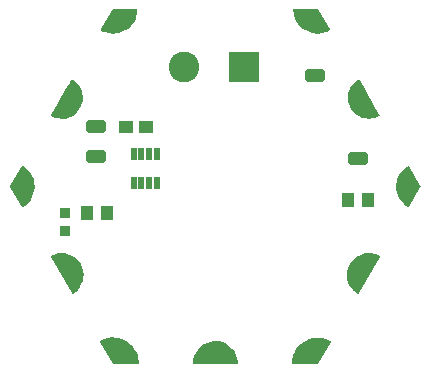
<source format=gbr>
G04 EAGLE Gerber RS-274X export*
G75*
%MOMM*%
%FSLAX34Y34*%
%LPD*%
%INSoldermask Top*%
%IPPOS*%
%AMOC8*
5,1,8,0,0,1.08239X$1,22.5*%
G01*
%ADD10R,0.901600X0.901600*%
%ADD11R,1.101600X1.201600*%
%ADD12R,0.551600X1.101600*%
%ADD13R,2.601600X2.601600*%
%ADD14C,2.601600*%
%ADD15R,1.201600X1.101600*%
%ADD16C,0.605878*%
%ADD17C,1.101597*%

G36*
X190439Y-500D02*
X190439Y-500D01*
X190519Y-494D01*
X190548Y-480D01*
X190580Y-475D01*
X190650Y-434D01*
X190723Y-400D01*
X190746Y-377D01*
X190774Y-361D01*
X190824Y-298D01*
X190881Y-242D01*
X190895Y-212D01*
X190915Y-187D01*
X190941Y-111D01*
X190974Y-37D01*
X190978Y-1D01*
X190987Y26D01*
X190986Y74D01*
X190994Y149D01*
X190924Y1679D01*
X190916Y1713D01*
X190915Y1759D01*
X190445Y4449D01*
X190432Y4483D01*
X190425Y4532D01*
X189505Y7432D01*
X189486Y7467D01*
X189468Y7522D01*
X188388Y9702D01*
X188362Y9737D01*
X188332Y9794D01*
X186512Y12284D01*
X186481Y12314D01*
X186444Y12363D01*
X184454Y14313D01*
X184425Y14333D01*
X184392Y14366D01*
X182512Y15786D01*
X182487Y15799D01*
X182459Y15822D01*
X180679Y16902D01*
X180645Y16915D01*
X180602Y16942D01*
X178502Y17852D01*
X178468Y17860D01*
X178425Y17880D01*
X175745Y18650D01*
X175704Y18654D01*
X175646Y18670D01*
X173166Y18970D01*
X173133Y18968D01*
X173090Y18974D01*
X170330Y18974D01*
X170284Y18966D01*
X170211Y18963D01*
X167541Y18453D01*
X167514Y18443D01*
X167476Y18437D01*
X164996Y17687D01*
X164956Y17667D01*
X164892Y17645D01*
X162082Y16215D01*
X162047Y16189D01*
X161990Y16158D01*
X159130Y14018D01*
X159097Y13982D01*
X159036Y13932D01*
X156926Y11562D01*
X156907Y11530D01*
X156873Y11492D01*
X155463Y9382D01*
X155447Y9347D01*
X155417Y9301D01*
X154087Y6491D01*
X154074Y6443D01*
X154042Y6364D01*
X153282Y3104D01*
X153281Y3080D01*
X153272Y3050D01*
X153138Y2117D01*
X153138Y2116D01*
X152902Y470D01*
X152903Y454D01*
X152898Y435D01*
X152878Y205D01*
X152887Y113D01*
X152889Y20D01*
X152897Y1D01*
X152899Y-19D01*
X152939Y-102D01*
X152973Y-188D01*
X152987Y-203D01*
X152995Y-221D01*
X153062Y-285D01*
X153125Y-354D01*
X153142Y-363D01*
X153157Y-377D01*
X153242Y-414D01*
X153324Y-456D01*
X153346Y-460D01*
X153362Y-467D01*
X153413Y-470D01*
X153509Y-484D01*
X190359Y-514D01*
X190439Y-500D01*
G37*
G36*
X51152Y58988D02*
X51152Y58988D01*
X51211Y58989D01*
X51271Y59012D01*
X51314Y59021D01*
X51343Y59039D01*
X51386Y59055D01*
X51966Y59375D01*
X51998Y59400D01*
X52049Y59429D01*
X53919Y60879D01*
X53945Y60908D01*
X53987Y60940D01*
X55537Y62550D01*
X55549Y62568D01*
X55569Y62586D01*
X57079Y64416D01*
X57101Y64454D01*
X57140Y64504D01*
X58580Y67014D01*
X58593Y67050D01*
X58620Y67096D01*
X59660Y69716D01*
X59668Y69757D01*
X59689Y69814D01*
X60299Y72584D01*
X60301Y72632D01*
X60314Y72708D01*
X60374Y75818D01*
X60369Y75848D01*
X60371Y75889D01*
X60121Y78549D01*
X60109Y78595D01*
X60098Y78670D01*
X59288Y81410D01*
X59269Y81447D01*
X59252Y81505D01*
X57902Y84315D01*
X57882Y84343D01*
X57862Y84385D01*
X56522Y86455D01*
X56493Y86487D01*
X56456Y86540D01*
X54686Y88460D01*
X54652Y88486D01*
X54608Y88531D01*
X52568Y90111D01*
X52542Y90125D01*
X52512Y90150D01*
X50982Y91090D01*
X50954Y91101D01*
X50920Y91124D01*
X48670Y92184D01*
X48633Y92194D01*
X48586Y92216D01*
X46696Y92796D01*
X46674Y92799D01*
X46649Y92809D01*
X44639Y93259D01*
X44611Y93260D01*
X44577Y93270D01*
X42857Y93480D01*
X42815Y93477D01*
X42756Y93484D01*
X40686Y93404D01*
X40659Y93398D01*
X40624Y93398D01*
X38934Y93168D01*
X38912Y93161D01*
X38881Y93159D01*
X36831Y92699D01*
X36795Y92684D01*
X36741Y92671D01*
X34831Y91931D01*
X34811Y91919D01*
X34806Y91917D01*
X34803Y91917D01*
X34802Y91916D01*
X34782Y91910D01*
X33085Y91080D01*
X33056Y91076D01*
X32992Y91053D01*
X32926Y91039D01*
X32887Y91015D01*
X32844Y91000D01*
X32793Y90957D01*
X32735Y90921D01*
X32707Y90885D01*
X32673Y90856D01*
X32639Y90797D01*
X32598Y90744D01*
X32584Y90700D01*
X32562Y90661D01*
X32551Y90594D01*
X32531Y90530D01*
X32533Y90484D01*
X32526Y90439D01*
X32539Y90373D01*
X32542Y90306D01*
X32562Y90257D01*
X32569Y90219D01*
X32590Y90185D01*
X32612Y90131D01*
X50532Y59291D01*
X50570Y59246D01*
X50600Y59196D01*
X50642Y59162D01*
X50677Y59120D01*
X50728Y59092D01*
X50774Y59055D01*
X50825Y59037D01*
X50873Y59011D01*
X50931Y59002D01*
X50986Y58983D01*
X51041Y58984D01*
X51094Y58976D01*
X51152Y58988D01*
G37*
G36*
X292997Y59041D02*
X292997Y59041D01*
X293021Y59040D01*
X293106Y59065D01*
X293193Y59084D01*
X293213Y59097D01*
X293236Y59104D01*
X293307Y59157D01*
X293382Y59205D01*
X293398Y59226D01*
X293415Y59239D01*
X293442Y59281D01*
X293499Y59352D01*
X311379Y90162D01*
X311409Y90246D01*
X311446Y90329D01*
X311447Y90351D01*
X311455Y90373D01*
X311454Y90463D01*
X311460Y90553D01*
X311454Y90574D01*
X311453Y90597D01*
X311421Y90681D01*
X311395Y90767D01*
X311382Y90786D01*
X311374Y90807D01*
X311314Y90874D01*
X311260Y90946D01*
X311239Y90960D01*
X311226Y90976D01*
X311182Y91000D01*
X311105Y91052D01*
X309795Y91682D01*
X309778Y91686D01*
X309760Y91697D01*
X308170Y92347D01*
X308145Y92352D01*
X308115Y92367D01*
X306545Y92847D01*
X306518Y92850D01*
X306485Y92862D01*
X304745Y93212D01*
X304720Y93212D01*
X304690Y93220D01*
X302790Y93430D01*
X302759Y93428D01*
X302720Y93434D01*
X301060Y93434D01*
X301029Y93429D01*
X300987Y93430D01*
X298927Y93190D01*
X298899Y93182D01*
X298861Y93179D01*
X296991Y92759D01*
X296959Y92745D01*
X296913Y92736D01*
X294963Y92026D01*
X294942Y92014D01*
X294912Y92005D01*
X292962Y91095D01*
X292929Y91072D01*
X292878Y91048D01*
X290958Y89768D01*
X290933Y89743D01*
X290892Y89717D01*
X289132Y88177D01*
X289119Y88160D01*
X289097Y88144D01*
X287627Y86644D01*
X287600Y86605D01*
X287551Y86550D01*
X286131Y84400D01*
X286116Y84364D01*
X286086Y84321D01*
X285086Y82201D01*
X285079Y82174D01*
X285062Y82143D01*
X284222Y79783D01*
X284217Y79748D01*
X284200Y79703D01*
X283640Y77083D01*
X283638Y77040D01*
X283626Y76978D01*
X283516Y74528D01*
X283522Y74490D01*
X283519Y74437D01*
X283799Y71647D01*
X283808Y71617D01*
X283808Y71590D01*
X283816Y71570D01*
X283823Y71528D01*
X284573Y69028D01*
X284585Y69002D01*
X284594Y68966D01*
X285464Y66876D01*
X285485Y66845D01*
X285504Y66797D01*
X286804Y64597D01*
X286830Y64567D01*
X286858Y64520D01*
X288698Y62260D01*
X288733Y62230D01*
X288778Y62178D01*
X289384Y61659D01*
X289400Y61621D01*
X289417Y61603D01*
X289426Y61586D01*
X289477Y61535D01*
X289525Y61482D01*
X291155Y60132D01*
X291178Y60119D01*
X291202Y60096D01*
X292592Y59146D01*
X292673Y59110D01*
X292751Y59068D01*
X292775Y59064D01*
X292797Y59055D01*
X292885Y59049D01*
X292974Y59036D01*
X292997Y59041D01*
G37*
G36*
X106381Y-484D02*
X106381Y-484D01*
X106462Y-470D01*
X106544Y-463D01*
X106572Y-450D01*
X106601Y-444D01*
X106672Y-402D01*
X106747Y-367D01*
X106768Y-346D01*
X106794Y-330D01*
X106846Y-266D01*
X106904Y-207D01*
X106917Y-179D01*
X106936Y-156D01*
X106962Y-78D01*
X106996Y-2D01*
X106999Y32D01*
X107007Y57D01*
X107006Y106D01*
X107013Y184D01*
X106893Y2394D01*
X106888Y2417D01*
X106888Y2447D01*
X106578Y4697D01*
X106569Y4725D01*
X106565Y4765D01*
X106065Y6755D01*
X106054Y6779D01*
X106048Y6812D01*
X105378Y8702D01*
X105365Y8725D01*
X105355Y8758D01*
X104445Y10708D01*
X104431Y10728D01*
X104420Y10756D01*
X103470Y12406D01*
X103449Y12431D01*
X103429Y12469D01*
X102029Y14349D01*
X102008Y14368D01*
X101987Y14399D01*
X100607Y15899D01*
X100585Y15916D01*
X100561Y15944D01*
X99211Y17144D01*
X99200Y17151D01*
X99188Y17164D01*
X97998Y18124D01*
X97966Y18141D01*
X97928Y18173D01*
X96408Y19093D01*
X96392Y19099D01*
X96374Y19112D01*
X94804Y19932D01*
X94782Y19939D01*
X94758Y19954D01*
X92738Y20814D01*
X92710Y20820D01*
X92674Y20837D01*
X90634Y21457D01*
X90606Y21460D01*
X90570Y21473D01*
X88140Y21943D01*
X88104Y21943D01*
X88056Y21953D01*
X85606Y22093D01*
X85581Y22090D01*
X85548Y22094D01*
X83538Y22024D01*
X83510Y22018D01*
X83472Y22018D01*
X81622Y21758D01*
X81597Y21750D01*
X81564Y21747D01*
X79794Y21327D01*
X79775Y21319D01*
X79749Y21315D01*
X78099Y20795D01*
X78079Y20784D01*
X78050Y20777D01*
X76340Y20077D01*
X76313Y20060D01*
X76275Y20046D01*
X74445Y19042D01*
X74396Y19017D01*
X74326Y18965D01*
X74252Y18918D01*
X74237Y18898D01*
X74217Y18883D01*
X74169Y18810D01*
X74116Y18740D01*
X74109Y18716D01*
X74095Y18695D01*
X74076Y18609D01*
X74050Y18525D01*
X74052Y18500D01*
X74046Y18476D01*
X74058Y18389D01*
X74063Y18301D01*
X74074Y18275D01*
X74077Y18253D01*
X74101Y18209D01*
X74134Y18128D01*
X84944Y-192D01*
X84950Y-200D01*
X84954Y-209D01*
X85023Y-285D01*
X85090Y-362D01*
X85099Y-367D01*
X85106Y-374D01*
X85197Y-421D01*
X85287Y-471D01*
X85296Y-472D01*
X85305Y-477D01*
X85491Y-504D01*
X106381Y-484D01*
G37*
G36*
X258532Y-502D02*
X258532Y-502D01*
X258544Y-504D01*
X258642Y-482D01*
X258741Y-465D01*
X258751Y-458D01*
X258763Y-456D01*
X258848Y-401D01*
X258934Y-351D01*
X258942Y-341D01*
X258952Y-334D01*
X259069Y-188D01*
X269579Y17972D01*
X269605Y18043D01*
X269638Y18111D01*
X269642Y18148D01*
X269655Y18183D01*
X269655Y18259D01*
X269663Y18334D01*
X269654Y18370D01*
X269653Y18408D01*
X269626Y18478D01*
X269608Y18551D01*
X269587Y18582D01*
X269573Y18617D01*
X269524Y18674D01*
X269481Y18736D01*
X269447Y18762D01*
X269425Y18786D01*
X269385Y18808D01*
X269331Y18848D01*
X268031Y19548D01*
X268012Y19555D01*
X267991Y19568D01*
X265771Y20568D01*
X265732Y20578D01*
X265682Y20601D01*
X263122Y21321D01*
X263097Y21323D01*
X263066Y21334D01*
X261076Y21704D01*
X261043Y21704D01*
X261000Y21713D01*
X258640Y21863D01*
X258615Y21860D01*
X258583Y21864D01*
X256323Y21804D01*
X256282Y21796D01*
X256223Y21793D01*
X253763Y21333D01*
X253742Y21325D01*
X253714Y21322D01*
X250954Y20572D01*
X250915Y20554D01*
X250856Y20537D01*
X248436Y19427D01*
X248407Y19407D01*
X248365Y19389D01*
X246355Y18139D01*
X246331Y18117D01*
X246295Y18096D01*
X244225Y16446D01*
X244206Y16425D01*
X244176Y16403D01*
X242246Y14513D01*
X242222Y14479D01*
X242178Y14435D01*
X240368Y11965D01*
X240352Y11930D01*
X240320Y11888D01*
X238990Y9388D01*
X238979Y9353D01*
X238955Y9310D01*
X237815Y6230D01*
X237808Y6191D01*
X237789Y6138D01*
X237119Y2888D01*
X237118Y2856D01*
X237108Y2813D01*
X236918Y563D01*
X236920Y540D01*
X236916Y510D01*
X236916Y140D01*
X236927Y75D01*
X236929Y10D01*
X236947Y-34D01*
X236955Y-81D01*
X236989Y-137D01*
X237013Y-198D01*
X237045Y-233D01*
X237070Y-274D01*
X237120Y-315D01*
X237165Y-364D01*
X237207Y-386D01*
X237244Y-415D01*
X237306Y-436D01*
X237364Y-466D01*
X237419Y-475D01*
X237456Y-487D01*
X237495Y-486D01*
X237550Y-494D01*
X258520Y-504D01*
X258532Y-502D01*
G37*
G36*
X44372Y207407D02*
X44372Y207407D01*
X44413Y207417D01*
X44472Y207422D01*
X46822Y207962D01*
X46851Y207974D01*
X46891Y207982D01*
X49071Y208752D01*
X49104Y208770D01*
X49152Y208787D01*
X51122Y209807D01*
X51150Y209828D01*
X51193Y209850D01*
X53043Y211140D01*
X53069Y211166D01*
X53110Y211194D01*
X54780Y212734D01*
X54802Y212763D01*
X54838Y212795D01*
X56718Y215065D01*
X56741Y215105D01*
X56783Y215160D01*
X58213Y217710D01*
X58214Y217711D01*
X58214Y217712D01*
X58228Y217753D01*
X58260Y217813D01*
X59130Y220333D01*
X59135Y220369D01*
X59152Y220416D01*
X59592Y222626D01*
X59593Y222660D01*
X59603Y222705D01*
X59753Y224835D01*
X59749Y224871D01*
X59753Y224920D01*
X59623Y226970D01*
X59617Y226995D01*
X59617Y227027D01*
X59387Y228507D01*
X59377Y228535D01*
X59373Y228573D01*
X58833Y230603D01*
X58818Y230635D01*
X58806Y230682D01*
X58006Y232622D01*
X57992Y232644D01*
X57981Y232676D01*
X57211Y234136D01*
X57189Y234164D01*
X57167Y234207D01*
X55727Y236237D01*
X55706Y236258D01*
X55684Y236291D01*
X54484Y237641D01*
X54455Y237664D01*
X54422Y237703D01*
X52992Y238923D01*
X52973Y238933D01*
X52954Y238952D01*
X51764Y239822D01*
X51752Y239828D01*
X51739Y239840D01*
X50889Y240400D01*
X50810Y240434D01*
X50734Y240474D01*
X50707Y240478D01*
X50683Y240488D01*
X50597Y240492D01*
X50511Y240504D01*
X50485Y240498D01*
X50459Y240499D01*
X50376Y240473D01*
X50292Y240454D01*
X50270Y240439D01*
X50245Y240431D01*
X50177Y240378D01*
X50105Y240331D01*
X50086Y240308D01*
X50068Y240293D01*
X50042Y240251D01*
X49989Y240184D01*
X48629Y237794D01*
X45029Y231464D01*
X45028Y231462D01*
X45027Y231461D01*
X38969Y220685D01*
X35590Y214817D01*
X35589Y214814D01*
X35587Y214811D01*
X33107Y210401D01*
X33092Y210357D01*
X33068Y210318D01*
X33055Y210252D01*
X33034Y210189D01*
X33035Y210143D01*
X33026Y210097D01*
X33037Y210031D01*
X33038Y209965D01*
X33055Y209922D01*
X33063Y209876D01*
X33096Y209818D01*
X33121Y209756D01*
X33152Y209722D01*
X33175Y209681D01*
X33226Y209639D01*
X33271Y209589D01*
X33312Y209568D01*
X33347Y209538D01*
X33426Y209508D01*
X33470Y209485D01*
X33493Y209482D01*
X33522Y209471D01*
X33526Y209470D01*
X34388Y209003D01*
X34417Y208993D01*
X34453Y208972D01*
X36713Y208062D01*
X36755Y208053D01*
X36811Y208031D01*
X39221Y207491D01*
X39254Y207490D01*
X39297Y207479D01*
X41717Y207239D01*
X41760Y207242D01*
X41822Y207237D01*
X44372Y207407D01*
G37*
G36*
X302178Y207272D02*
X302178Y207272D01*
X302236Y207268D01*
X304506Y207468D01*
X304535Y207476D01*
X304576Y207478D01*
X306606Y207888D01*
X306638Y207901D01*
X306684Y207909D01*
X308484Y208519D01*
X308507Y208532D01*
X308541Y208542D01*
X310621Y209482D01*
X310699Y209536D01*
X310780Y209585D01*
X310791Y209599D01*
X310806Y209609D01*
X310861Y209687D01*
X310919Y209761D01*
X310925Y209778D01*
X310935Y209793D01*
X310959Y209884D01*
X310988Y209974D01*
X310988Y209992D01*
X310992Y210010D01*
X310983Y210104D01*
X310979Y210198D01*
X310972Y210217D01*
X310970Y210233D01*
X310948Y210278D01*
X310912Y210373D01*
X294022Y240143D01*
X293984Y240189D01*
X293954Y240240D01*
X293912Y240274D01*
X293878Y240315D01*
X293826Y240345D01*
X293780Y240383D01*
X293730Y240401D01*
X293684Y240427D01*
X293625Y240437D01*
X293568Y240457D01*
X293515Y240455D01*
X293462Y240464D01*
X293404Y240453D01*
X293344Y240452D01*
X293294Y240432D01*
X293242Y240422D01*
X293191Y240391D01*
X293136Y240369D01*
X293087Y240328D01*
X293050Y240305D01*
X293029Y240278D01*
X292993Y240248D01*
X292990Y240245D01*
X292209Y239787D01*
X292187Y239768D01*
X292152Y239750D01*
X291032Y238920D01*
X291018Y238904D01*
X290995Y238889D01*
X289415Y237519D01*
X289393Y237493D01*
X289357Y237463D01*
X288247Y236223D01*
X288234Y236201D01*
X288209Y236176D01*
X287089Y234656D01*
X287074Y234625D01*
X287045Y234587D01*
X285965Y232637D01*
X285954Y232603D01*
X285929Y232561D01*
X285159Y230591D01*
X285154Y230562D01*
X285138Y230526D01*
X284618Y228606D01*
X284615Y228572D01*
X284602Y228528D01*
X284232Y225898D01*
X284234Y225854D01*
X284226Y225790D01*
X284286Y223910D01*
X284291Y223885D01*
X284290Y223853D01*
X284540Y221803D01*
X284551Y221769D01*
X284556Y221720D01*
X285096Y219650D01*
X285109Y219623D01*
X285117Y219584D01*
X285787Y217824D01*
X285806Y217794D01*
X285822Y217748D01*
X287002Y215568D01*
X287025Y215540D01*
X287048Y215496D01*
X288718Y213206D01*
X288754Y213171D01*
X288815Y213101D01*
X291665Y210631D01*
X291699Y210610D01*
X291741Y210574D01*
X293941Y209184D01*
X293984Y209167D01*
X294044Y209131D01*
X296434Y208171D01*
X296466Y208165D01*
X296507Y208147D01*
X298947Y207497D01*
X298994Y207493D01*
X299067Y207477D01*
X302137Y207267D01*
X302178Y207272D01*
G37*
G36*
X86474Y279320D02*
X86474Y279320D01*
X86506Y279318D01*
X88206Y279468D01*
X88233Y279476D01*
X88271Y279477D01*
X89821Y279777D01*
X89837Y279784D01*
X89860Y279786D01*
X92160Y280386D01*
X92193Y280402D01*
X92242Y280414D01*
X93942Y281114D01*
X93959Y281125D01*
X93984Y281133D01*
X95684Y281983D01*
X95713Y282005D01*
X95758Y282026D01*
X97808Y283426D01*
X97824Y283442D01*
X97848Y283456D01*
X99398Y284706D01*
X99418Y284729D01*
X99448Y284752D01*
X100748Y286052D01*
X100769Y286081D01*
X100804Y286115D01*
X102254Y288015D01*
X102265Y288037D01*
X102286Y288060D01*
X103586Y290110D01*
X103599Y290144D01*
X103626Y290185D01*
X104476Y292035D01*
X104482Y292058D01*
X104497Y292085D01*
X105147Y293885D01*
X105152Y293918D01*
X105169Y293961D01*
X105619Y295961D01*
X105620Y295983D01*
X105628Y296010D01*
X105878Y297760D01*
X105877Y297783D01*
X105883Y297812D01*
X105982Y299436D01*
X106027Y299757D01*
X106037Y299787D01*
X106036Y299844D01*
X106044Y299901D01*
X106032Y299956D01*
X106031Y300011D01*
X106009Y300064D01*
X105997Y300121D01*
X105967Y300168D01*
X105946Y300219D01*
X105907Y300261D01*
X105876Y300310D01*
X105832Y300343D01*
X105795Y300384D01*
X105743Y300411D01*
X105697Y300445D01*
X105644Y300461D01*
X105595Y300487D01*
X105526Y300497D01*
X105482Y300510D01*
X105451Y300508D01*
X105410Y300514D01*
X85560Y300504D01*
X85546Y300502D01*
X85532Y300504D01*
X85436Y300482D01*
X85339Y300464D01*
X85327Y300457D01*
X85313Y300454D01*
X85231Y300401D01*
X85146Y300350D01*
X85137Y300340D01*
X85125Y300332D01*
X85009Y300185D01*
X75099Y282845D01*
X75080Y282789D01*
X75051Y282737D01*
X75042Y282684D01*
X75024Y282633D01*
X75025Y282574D01*
X75016Y282516D01*
X75027Y282463D01*
X75027Y282409D01*
X75049Y282354D01*
X75061Y282296D01*
X75089Y282250D01*
X75109Y282200D01*
X75148Y282155D01*
X75179Y282105D01*
X75228Y282065D01*
X75257Y282032D01*
X75288Y282016D01*
X75324Y281986D01*
X75374Y281956D01*
X75399Y281946D01*
X75429Y281927D01*
X77329Y281027D01*
X77348Y281022D01*
X77370Y281009D01*
X79170Y280309D01*
X79197Y280304D01*
X79230Y280289D01*
X81030Y279789D01*
X81056Y279787D01*
X81087Y279776D01*
X82737Y279476D01*
X82761Y279476D01*
X82793Y279468D01*
X84443Y279318D01*
X84468Y279321D01*
X84500Y279316D01*
X86450Y279316D01*
X86474Y279320D01*
G37*
G36*
X259525Y279340D02*
X259525Y279340D01*
X259557Y279338D01*
X261207Y279488D01*
X261231Y279495D01*
X261263Y279496D01*
X262913Y279796D01*
X262937Y279805D01*
X262970Y279809D01*
X264770Y280309D01*
X264795Y280321D01*
X264830Y280329D01*
X266630Y281029D01*
X266647Y281039D01*
X266672Y281047D01*
X268572Y281947D01*
X268594Y281963D01*
X268626Y281976D01*
X268676Y282006D01*
X268721Y282045D01*
X268771Y282076D01*
X268805Y282118D01*
X268845Y282154D01*
X268873Y282206D01*
X268910Y282252D01*
X268927Y282304D01*
X268952Y282351D01*
X268961Y282409D01*
X268979Y282466D01*
X268976Y282520D01*
X268984Y282573D01*
X268971Y282631D01*
X268969Y282690D01*
X268945Y282750D01*
X268936Y282792D01*
X268917Y282822D01*
X268901Y282865D01*
X258991Y300205D01*
X258982Y300215D01*
X258977Y300228D01*
X258910Y300301D01*
X258847Y300377D01*
X258835Y300384D01*
X258825Y300394D01*
X258738Y300439D01*
X258652Y300488D01*
X258638Y300490D01*
X258626Y300496D01*
X258440Y300524D01*
X238590Y300534D01*
X238536Y300525D01*
X238481Y300525D01*
X238426Y300505D01*
X238369Y300495D01*
X238322Y300467D01*
X238270Y300448D01*
X238226Y300410D01*
X238176Y300381D01*
X238141Y300338D01*
X238099Y300302D01*
X238071Y300251D01*
X238035Y300207D01*
X238017Y300154D01*
X237990Y300106D01*
X237981Y300049D01*
X237963Y299994D01*
X237964Y299939D01*
X237956Y299884D01*
X237968Y299816D01*
X237969Y299770D01*
X237976Y299753D01*
X238018Y299456D01*
X238117Y297832D01*
X238122Y297809D01*
X238122Y297780D01*
X238372Y296030D01*
X238379Y296009D01*
X238381Y295981D01*
X238831Y293981D01*
X238844Y293949D01*
X238853Y293905D01*
X239503Y292105D01*
X239515Y292084D01*
X239524Y292055D01*
X240374Y290205D01*
X240394Y290175D01*
X240414Y290130D01*
X241714Y288080D01*
X241731Y288062D01*
X241746Y288035D01*
X243196Y286135D01*
X243222Y286111D01*
X243252Y286072D01*
X244552Y284772D01*
X244576Y284755D01*
X244602Y284726D01*
X246152Y283476D01*
X246172Y283466D01*
X246192Y283446D01*
X248242Y282046D01*
X248276Y282031D01*
X248316Y282003D01*
X250016Y281153D01*
X250036Y281147D01*
X250059Y281134D01*
X251759Y280434D01*
X251794Y280426D01*
X251840Y280406D01*
X254140Y279806D01*
X254158Y279805D01*
X254179Y279797D01*
X255729Y279497D01*
X255758Y279497D01*
X255794Y279488D01*
X257494Y279338D01*
X257519Y279340D01*
X257550Y279336D01*
X259500Y279336D01*
X259525Y279340D01*
G37*
G36*
X335505Y132562D02*
X335505Y132562D01*
X335532Y132561D01*
X335613Y132587D01*
X335697Y132606D01*
X335720Y132621D01*
X335746Y132629D01*
X335813Y132681D01*
X335885Y132728D01*
X335904Y132752D01*
X335923Y132767D01*
X335949Y132809D01*
X336001Y132875D01*
X345591Y149655D01*
X345593Y149662D01*
X345597Y149667D01*
X345631Y149768D01*
X345666Y149867D01*
X345666Y149874D01*
X345668Y149880D01*
X345664Y149986D01*
X345663Y150091D01*
X345660Y150098D01*
X345660Y150104D01*
X345593Y150280D01*
X336231Y167008D01*
X336231Y167021D01*
X336209Y167075D01*
X336196Y167132D01*
X336167Y167178D01*
X336146Y167228D01*
X336107Y167271D01*
X336076Y167321D01*
X336032Y167354D01*
X335995Y167394D01*
X335943Y167421D01*
X335896Y167456D01*
X335844Y167472D01*
X335795Y167497D01*
X335726Y167507D01*
X335681Y167520D01*
X335650Y167518D01*
X335610Y167524D01*
X335570Y167524D01*
X335568Y167524D01*
X335566Y167524D01*
X335471Y167507D01*
X335458Y167506D01*
X335451Y167503D01*
X335349Y167485D01*
X335347Y167484D01*
X335345Y167483D01*
X335251Y167426D01*
X335156Y167370D01*
X335155Y167369D01*
X335153Y167368D01*
X335134Y167344D01*
X333914Y166614D01*
X333895Y166598D01*
X333867Y166583D01*
X332247Y165403D01*
X332234Y165389D01*
X332223Y165383D01*
X332217Y165375D01*
X332195Y165361D01*
X330945Y164231D01*
X330925Y164205D01*
X330892Y164177D01*
X329452Y162527D01*
X329444Y162514D01*
X329431Y162501D01*
X328531Y161351D01*
X328514Y161320D01*
X328485Y161284D01*
X327385Y159434D01*
X327376Y159411D01*
X327359Y159386D01*
X326659Y157936D01*
X326653Y157914D01*
X326639Y157889D01*
X325879Y155929D01*
X325873Y155898D01*
X325856Y155860D01*
X325426Y154210D01*
X325424Y154177D01*
X325411Y154135D01*
X325041Y151385D01*
X325043Y151351D01*
X325036Y151306D01*
X325016Y149346D01*
X325021Y149316D01*
X325019Y149276D01*
X325249Y147026D01*
X325257Y146998D01*
X325259Y146959D01*
X325709Y144819D01*
X325721Y144791D01*
X325728Y144751D01*
X326408Y142691D01*
X326424Y142660D01*
X326438Y142615D01*
X327458Y140495D01*
X327473Y140475D01*
X327485Y140446D01*
X328655Y138476D01*
X328682Y138445D01*
X328713Y138394D01*
X330363Y136414D01*
X330388Y136392D01*
X330416Y136357D01*
X332016Y134857D01*
X332040Y134842D01*
X332065Y134816D01*
X333545Y133686D01*
X333563Y133677D01*
X333581Y133660D01*
X335101Y132660D01*
X335180Y132627D01*
X335255Y132586D01*
X335282Y132583D01*
X335308Y132572D01*
X335393Y132568D01*
X335478Y132556D01*
X335505Y132562D01*
G37*
G36*
X8642Y132552D02*
X8642Y132552D01*
X8725Y132560D01*
X8755Y132574D01*
X8780Y132579D01*
X8822Y132605D01*
X8896Y132638D01*
X10326Y133568D01*
X10349Y133590D01*
X10386Y133612D01*
X12526Y135392D01*
X12543Y135413D01*
X12571Y135434D01*
X14121Y137004D01*
X14138Y137029D01*
X14167Y137056D01*
X15497Y138736D01*
X15518Y138775D01*
X15556Y138824D01*
X15766Y139206D01*
X16114Y139840D01*
X16114Y139841D01*
X16463Y140475D01*
X16716Y140934D01*
X16723Y140955D01*
X16737Y140977D01*
X17847Y143417D01*
X17858Y143458D01*
X17882Y143513D01*
X18632Y146253D01*
X18636Y146299D01*
X18652Y146371D01*
X18922Y149821D01*
X18919Y149852D01*
X18924Y149894D01*
X18824Y152564D01*
X18814Y152611D01*
X18807Y152687D01*
X18047Y155887D01*
X18032Y155921D01*
X18021Y155970D01*
X16971Y158670D01*
X16950Y158705D01*
X16928Y158760D01*
X15498Y161210D01*
X15471Y161241D01*
X15441Y161291D01*
X13211Y164021D01*
X13179Y164049D01*
X13141Y164095D01*
X11301Y165725D01*
X11270Y165744D01*
X11233Y165777D01*
X9038Y167250D01*
X8952Y167321D01*
X8946Y167324D01*
X8942Y167328D01*
X8849Y167378D01*
X8756Y167430D01*
X8750Y167431D01*
X8744Y167434D01*
X8639Y167448D01*
X8534Y167464D01*
X8528Y167463D01*
X8522Y167464D01*
X8419Y167440D01*
X8314Y167419D01*
X8309Y167416D01*
X8303Y167414D01*
X8215Y167357D01*
X8124Y167300D01*
X8120Y167295D01*
X8115Y167292D01*
X7999Y167145D01*
X-1611Y150315D01*
X-1614Y150306D01*
X-1620Y150298D01*
X-1652Y150200D01*
X-1686Y150103D01*
X-1686Y150094D01*
X-1689Y150084D01*
X-1684Y149981D01*
X-1683Y149879D01*
X-1679Y149870D01*
X-1679Y149860D01*
X-1611Y149686D01*
X7999Y132856D01*
X8053Y132791D01*
X8101Y132722D01*
X8125Y132706D01*
X8143Y132683D01*
X8216Y132642D01*
X8285Y132594D01*
X8313Y132587D01*
X8338Y132572D01*
X8421Y132559D01*
X8502Y132538D01*
X8531Y132541D01*
X8559Y132536D01*
X8642Y132552D01*
G37*
D10*
X45000Y127020D03*
X45000Y112020D03*
D11*
X284613Y138570D03*
X301613Y138570D03*
X63170Y127520D03*
X80170Y127520D03*
D12*
X122314Y177490D03*
X115814Y177490D03*
X109314Y177490D03*
X102814Y177490D03*
X102814Y152990D03*
X109314Y152990D03*
X115814Y152990D03*
X122314Y152990D03*
D13*
X196384Y251346D03*
D14*
X145584Y251346D03*
D15*
X96190Y200038D03*
X113190Y200038D03*
D16*
X75625Y172921D02*
X64667Y172921D01*
X64667Y177879D01*
X75625Y177879D01*
X75625Y172921D01*
X75625Y198321D02*
X64667Y198321D01*
X64667Y203279D01*
X75625Y203279D01*
X75625Y198321D01*
X250341Y241501D02*
X261299Y241501D01*
X250341Y241501D02*
X250341Y246459D01*
X261299Y246459D01*
X261299Y241501D01*
X287171Y171651D02*
X298129Y171651D01*
X287171Y171651D02*
X287171Y176609D01*
X298129Y176609D01*
X298129Y171651D01*
D17*
X295300Y220800D03*
X295300Y78800D03*
X335300Y149800D03*
X254300Y7800D03*
X172300Y7800D03*
X90300Y7800D03*
X48300Y78800D03*
X8300Y149800D03*
X49300Y220800D03*
X90300Y291800D03*
X254300Y292800D03*
M02*

</source>
